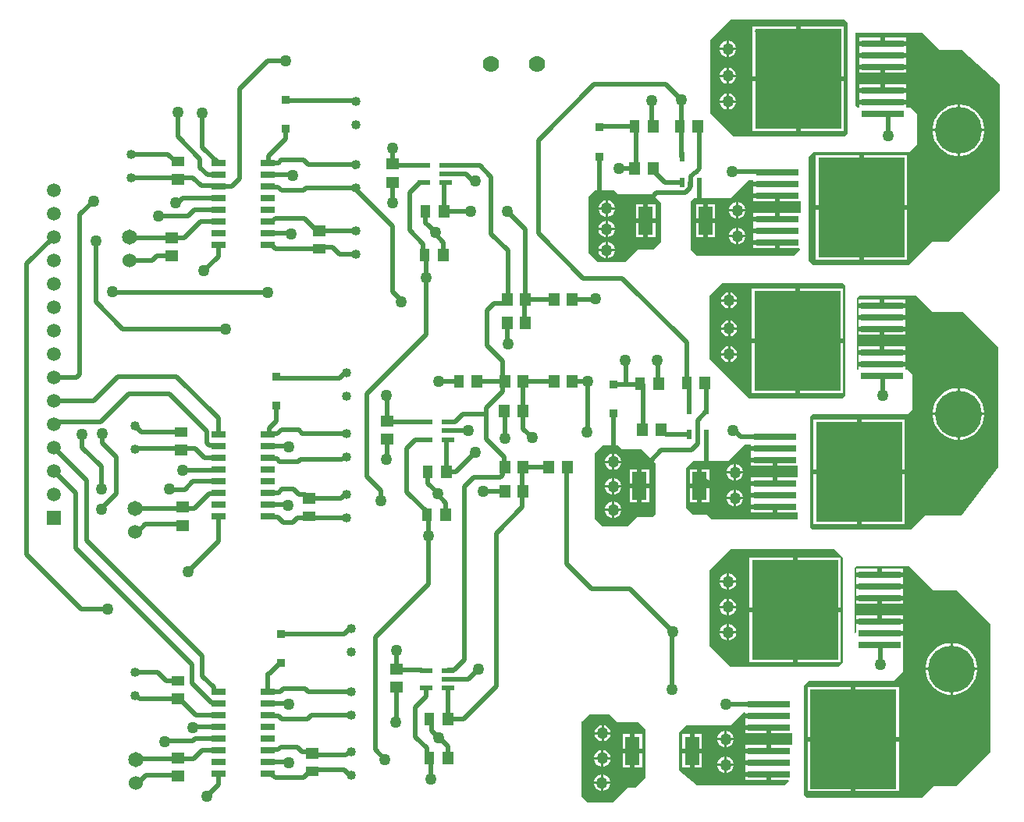
<source format=gtl>
G04*
G04 #@! TF.GenerationSoftware,Altium Limited,Altium Designer,23.10.1 (27)*
G04*
G04 Layer_Physical_Order=1*
G04 Layer_Color=255*
%FSLAX25Y25*%
%MOIN*%
G70*
G04*
G04 #@! TF.SameCoordinates,D58E8A5F-C196-4DC0-9E6E-83BCDBF650AB*
G04*
G04*
G04 #@! TF.FilePolarity,Positive*
G04*
G01*
G75*
%ADD14R,0.02362X0.03937*%
%ADD15R,0.05512X0.04331*%
%ADD16R,0.05512X0.05118*%
%ADD17R,0.04331X0.05512*%
%ADD18R,0.05118X0.05512*%
%ADD19R,0.05315X0.04528*%
%ADD20R,0.06299X0.12205*%
%ADD21R,0.04528X0.05315*%
%ADD22R,0.37008X0.42520*%
%ADD23R,0.18110X0.03150*%
%ADD24R,0.03740X0.03543*%
%ADD25R,0.05906X0.02559*%
%ADD46R,0.05800X0.02200*%
%ADD47C,0.02000*%
%ADD48C,0.04000*%
%ADD49C,0.07000*%
%ADD50C,0.06500*%
%ADD51C,0.06000*%
%ADD52R,0.05906X0.05906*%
%ADD53C,0.05906*%
%ADD54C,0.20000*%
%ADD55C,0.05000*%
G36*
X358000Y346260D02*
Y298622D01*
X357815D01*
X356693Y297500D01*
X309500D01*
X299500Y307500D01*
Y338870D01*
X308130Y347500D01*
X356929D01*
X358000Y346260D01*
D02*
G37*
G36*
X317976Y278252D02*
X328031D01*
Y276252D01*
X317976D01*
Y274677D01*
Y273252D01*
X328031D01*
Y272252D01*
X329031D01*
Y269677D01*
X338000D01*
Y264827D01*
X329031D01*
Y262252D01*
X328031D01*
Y261252D01*
X317976D01*
Y259677D01*
Y258252D01*
X328031D01*
Y256252D01*
X317976D01*
Y254677D01*
Y253252D01*
X328031D01*
Y252252D01*
X329031D01*
Y249677D01*
X337470D01*
X337677Y249177D01*
X335000Y246500D01*
X293602D01*
X293527Y246496D01*
X291000Y249024D01*
X291000Y269600D01*
X292660Y271260D01*
X308260D01*
X316000Y279000D01*
X317976D01*
Y278252D01*
D02*
G37*
G36*
X260088Y273000D02*
X260274D01*
X274700Y273000D01*
X278500Y269200D01*
Y252631D01*
X275484Y249311D01*
X268675D01*
X263259Y243895D01*
X251376D01*
X247633Y247638D01*
X247633Y271883D01*
X250660Y274406D01*
X258607Y274481D01*
X260088Y273000D01*
D02*
G37*
G36*
X397638Y334646D02*
X406695Y334646D01*
X423228Y319976D01*
X423228Y274606D01*
X401122Y252500D01*
X394000D01*
X384000Y242500D01*
X343307D01*
X341634Y244390D01*
X341500D01*
Y288878D01*
X343370Y290748D01*
X344094Y291000D01*
X384504D01*
X387795Y294291D01*
X387795Y307105D01*
X384846Y310000D01*
X383134D01*
Y311252D01*
X373079D01*
X363024D01*
Y310000D01*
X362500D01*
X361500Y311000D01*
Y342000D01*
X390283D01*
X397638Y334646D01*
D02*
G37*
G36*
X357283Y233717D02*
X357283Y186909D01*
X357217D01*
X355807Y185500D01*
X316000D01*
X299000Y202500D01*
X299000Y229500D01*
X304500Y235000D01*
X356000D01*
X357283Y233717D01*
D02*
G37*
G36*
X316976Y165252D02*
X327031D01*
Y163252D01*
X316976D01*
Y161677D01*
Y160252D01*
X327031D01*
Y159252D01*
X328031D01*
Y156677D01*
X336750D01*
Y151827D01*
X328031D01*
Y149252D01*
X327031D01*
Y148252D01*
X316976D01*
Y146677D01*
Y145252D01*
X327031D01*
Y143252D01*
X316976D01*
Y141677D01*
Y140252D01*
X327031D01*
Y139252D01*
X328031D01*
Y136677D01*
X336750D01*
Y134000D01*
X300000D01*
X298000Y136000D01*
X292000D01*
X289000Y139000D01*
Y156000D01*
X292000Y159000D01*
X307000D01*
X314000Y166000D01*
X316976D01*
Y165252D01*
D02*
G37*
G36*
X261934Y163676D02*
X270313Y163687D01*
X276000Y158000D01*
Y136221D01*
X274882Y135000D01*
X268287D01*
X263996Y130709D01*
X253563Y130709D01*
X250118Y134154D01*
Y162106D01*
X253366Y165354D01*
X260256D01*
X261934Y163676D01*
D02*
G37*
G36*
X394559Y222441D02*
X407480D01*
X422500Y207421D01*
Y156050D01*
X406692Y135500D01*
X391000D01*
X385000Y129500D01*
X343110D01*
X342000Y130539D01*
Y178000D01*
X343000Y179000D01*
X383823D01*
X385728Y180905D01*
X385728Y195965D01*
X383693Y198000D01*
X382846D01*
Y199252D01*
X372791D01*
X362736D01*
Y198000D01*
X362171D01*
Y228600D01*
X363071Y229500D01*
X387500D01*
X394559Y222441D01*
D02*
G37*
G36*
X355514Y117912D02*
X355206Y117512D01*
X354799Y117512D01*
X336768D01*
Y96252D01*
X355272D01*
Y117016D01*
X355272Y117446D01*
X355671Y117754D01*
X356299Y117126D01*
Y72835D01*
X354331Y70866D01*
X308071D01*
X299311Y79626D01*
Y112303D01*
X308071Y121063D01*
X352362D01*
X355514Y117912D01*
D02*
G37*
G36*
X314421Y51268D02*
Y51000D01*
X324476D01*
Y49000D01*
X314421D01*
Y47425D01*
Y46000D01*
X324476D01*
Y45000D01*
X325476D01*
Y42425D01*
X334531D01*
X334547Y41932D01*
Y38068D01*
X334531Y37575D01*
X325476D01*
Y35000D01*
X324476D01*
Y34000D01*
X314421D01*
Y32425D01*
Y31000D01*
X324476D01*
Y29000D01*
X314421D01*
Y27425D01*
Y26000D01*
X324476D01*
Y25000D01*
X325476D01*
Y22425D01*
X332992D01*
X333184Y21963D01*
X331299Y20079D01*
X293683D01*
X286000Y26517D01*
Y43000D01*
X289000Y46000D01*
X308500D01*
X313959Y51459D01*
X314421Y51268D01*
D02*
G37*
G36*
X394783Y103347D02*
X404921D01*
X419291Y88976D01*
Y34350D01*
X404626Y19685D01*
X394783D01*
X390059Y14961D01*
X340945Y14961D01*
X339567Y16339D01*
Y62992D01*
X341535Y64961D01*
X377953D01*
X381890Y68898D01*
Y80709D01*
X381846Y80752D01*
Y82677D01*
Y84252D01*
X371791D01*
Y86252D01*
X381846D01*
Y87677D01*
Y89252D01*
X371791D01*
X361736D01*
Y87677D01*
Y85368D01*
X361236Y85100D01*
X361221Y85111D01*
Y113221D01*
X362000Y114000D01*
X384130D01*
X394783Y103347D01*
D02*
G37*
G36*
X259898Y47323D02*
X268677D01*
X271709Y44291D01*
Y23609D01*
X267400Y19300D01*
X264100D01*
X257674Y12874D01*
X247201D01*
X244445Y15630D01*
Y47520D01*
X244740D01*
X247890Y50669D01*
X256551D01*
X259898Y47323D01*
D02*
G37*
%LPC*%
G36*
X307500Y338490D02*
Y335500D01*
X310490D01*
X310262Y336351D01*
X309801Y337149D01*
X309149Y337801D01*
X308351Y338262D01*
X307500Y338490D01*
D02*
G37*
G36*
X306500D02*
X305649Y338262D01*
X304851Y337801D01*
X304199Y337149D01*
X303738Y336351D01*
X303510Y335500D01*
X306500D01*
Y338490D01*
D02*
G37*
G36*
X310490Y334500D02*
X307500D01*
Y331510D01*
X308351Y331738D01*
X309149Y332199D01*
X309801Y332851D01*
X310262Y333649D01*
X310490Y334500D01*
D02*
G37*
G36*
X306500D02*
X303510D01*
X303738Y333649D01*
X304199Y332851D01*
X304851Y332199D01*
X305649Y331738D01*
X306500Y331510D01*
Y334500D01*
D02*
G37*
G36*
X307500Y326990D02*
Y324000D01*
X310490D01*
X310262Y324851D01*
X309801Y325649D01*
X309149Y326301D01*
X308351Y326762D01*
X307500Y326990D01*
D02*
G37*
G36*
X306500D02*
X305649Y326762D01*
X304851Y326301D01*
X304199Y325649D01*
X303738Y324851D01*
X303510Y324000D01*
X306500D01*
Y326990D01*
D02*
G37*
G36*
X356559Y344512D02*
X338055D01*
Y323252D01*
X356559D01*
Y344512D01*
D02*
G37*
G36*
X319551Y344551D02*
X319354Y344512D01*
X317551D01*
Y342709D01*
X317512Y342512D01*
X317551Y342315D01*
Y323252D01*
X336055D01*
Y344512D01*
X319748D01*
X319551Y344551D01*
D02*
G37*
G36*
X310490Y323000D02*
X307500D01*
Y320010D01*
X308351Y320238D01*
X309149Y320699D01*
X309801Y321351D01*
X310262Y322149D01*
X310490Y323000D01*
D02*
G37*
G36*
X306500D02*
X303510D01*
X303738Y322149D01*
X304199Y321351D01*
X304851Y320699D01*
X305649Y320238D01*
X306500Y320010D01*
Y323000D01*
D02*
G37*
G36*
X307500Y315989D02*
Y313000D01*
X310490D01*
X310262Y313851D01*
X309801Y314649D01*
X309149Y315301D01*
X308351Y315761D01*
X307500Y315989D01*
D02*
G37*
G36*
X306500D02*
X305649Y315761D01*
X304851Y315301D01*
X304199Y314649D01*
X303738Y313851D01*
X303510Y313000D01*
X306500D01*
Y315989D01*
D02*
G37*
G36*
X310490Y312000D02*
X307500D01*
Y309011D01*
X308351Y309239D01*
X309149Y309699D01*
X309801Y310351D01*
X310262Y311149D01*
X310490Y312000D01*
D02*
G37*
G36*
X306500D02*
X303510D01*
X303738Y311149D01*
X304199Y310351D01*
X304851Y309699D01*
X305649Y309239D01*
X306500Y309011D01*
Y312000D01*
D02*
G37*
G36*
X356559Y321252D02*
X338055D01*
Y299992D01*
X356559D01*
Y321252D01*
D02*
G37*
G36*
X336055D02*
X317551D01*
Y299992D01*
X336055D01*
Y321252D01*
D02*
G37*
G36*
X327031Y271252D02*
X317976D01*
Y269677D01*
X327031D01*
Y271252D01*
D02*
G37*
G36*
X311500Y269490D02*
Y266500D01*
X314490D01*
X314262Y267351D01*
X313801Y268149D01*
X313149Y268801D01*
X312351Y269262D01*
X311500Y269490D01*
D02*
G37*
G36*
X310500D02*
X309649Y269262D01*
X308851Y268801D01*
X308199Y268149D01*
X307738Y267351D01*
X307510Y266500D01*
X310500D01*
Y269490D01*
D02*
G37*
G36*
X327031Y264827D02*
X317976D01*
Y263252D01*
X327031D01*
Y264827D01*
D02*
G37*
G36*
X314490Y265500D02*
X311500D01*
Y262510D01*
X312351Y262738D01*
X313149Y263199D01*
X313801Y263851D01*
X314262Y264649D01*
X314490Y265500D01*
D02*
G37*
G36*
X310500D02*
X307510D01*
X307738Y264649D01*
X308199Y263851D01*
X308851Y263199D01*
X309649Y262738D01*
X310500Y262510D01*
Y265500D01*
D02*
G37*
G36*
X301645Y268602D02*
X298495D01*
Y262500D01*
X301645D01*
Y268602D01*
D02*
G37*
G36*
X296495D02*
X293346D01*
Y262500D01*
X296495D01*
Y268602D01*
D02*
G37*
G36*
X311500Y258489D02*
Y255500D01*
X314490D01*
X314262Y256351D01*
X313801Y257149D01*
X313149Y257801D01*
X312351Y258261D01*
X311500Y258489D01*
D02*
G37*
G36*
X310500D02*
X309649Y258261D01*
X308851Y257801D01*
X308199Y257149D01*
X307738Y256351D01*
X307510Y255500D01*
X310500D01*
Y258489D01*
D02*
G37*
G36*
X301645Y260500D02*
X298495D01*
Y254398D01*
X301645D01*
Y260500D01*
D02*
G37*
G36*
X296495D02*
X293346D01*
Y254398D01*
X296495D01*
Y260500D01*
D02*
G37*
G36*
X314490Y254500D02*
X311500D01*
Y251511D01*
X312351Y251739D01*
X313149Y252199D01*
X313801Y252851D01*
X314262Y253649D01*
X314490Y254500D01*
D02*
G37*
G36*
X310500D02*
X307510D01*
X307738Y253649D01*
X308199Y252851D01*
X308851Y252199D01*
X309649Y251739D01*
X310500Y251511D01*
Y254500D01*
D02*
G37*
G36*
X327031Y251252D02*
X317976D01*
Y249677D01*
X327031D01*
Y251252D01*
D02*
G37*
G36*
X255800Y270289D02*
Y267300D01*
X258789D01*
X258561Y268151D01*
X258101Y268949D01*
X257449Y269601D01*
X256651Y270061D01*
X255800Y270289D01*
D02*
G37*
G36*
X254800D02*
X253949Y270061D01*
X253151Y269601D01*
X252499Y268949D01*
X252039Y268151D01*
X251811Y267300D01*
X254800D01*
Y270289D01*
D02*
G37*
G36*
X258789Y266300D02*
X255800D01*
Y263311D01*
X256651Y263539D01*
X257449Y263999D01*
X258101Y264651D01*
X258561Y265449D01*
X258789Y266300D01*
D02*
G37*
G36*
X254800D02*
X251811D01*
X252039Y265449D01*
X252499Y264651D01*
X253151Y263999D01*
X253949Y263539D01*
X254800Y263311D01*
Y266300D01*
D02*
G37*
G36*
X276054Y268602D02*
X272905D01*
Y262500D01*
X276054D01*
Y268602D01*
D02*
G37*
G36*
X270905D02*
X267755D01*
Y262500D01*
X270905D01*
Y268602D01*
D02*
G37*
G36*
X255700Y261490D02*
Y258500D01*
X258689D01*
X258461Y259351D01*
X258001Y260149D01*
X257349Y260801D01*
X256551Y261262D01*
X255700Y261490D01*
D02*
G37*
G36*
X254700D02*
X253849Y261262D01*
X253051Y260801D01*
X252399Y260149D01*
X251939Y259351D01*
X251711Y258500D01*
X254700D01*
Y261490D01*
D02*
G37*
G36*
X258689Y257500D02*
X255700D01*
Y254510D01*
X256551Y254738D01*
X257349Y255199D01*
X258001Y255851D01*
X258461Y256649D01*
X258689Y257500D01*
D02*
G37*
G36*
X254700D02*
X251711D01*
X251939Y256649D01*
X252399Y255851D01*
X253051Y255199D01*
X253849Y254738D01*
X254700Y254510D01*
Y257500D01*
D02*
G37*
G36*
X276054Y260500D02*
X272905D01*
Y254398D01*
X276054D01*
Y260500D01*
D02*
G37*
G36*
X270905D02*
X267755D01*
Y254398D01*
X270905D01*
Y260500D01*
D02*
G37*
G36*
X255700Y252489D02*
Y249500D01*
X258689D01*
X258461Y250351D01*
X258001Y251149D01*
X257349Y251801D01*
X256551Y252261D01*
X255700Y252489D01*
D02*
G37*
G36*
X254700D02*
X253849Y252261D01*
X253051Y251801D01*
X252399Y251149D01*
X251939Y250351D01*
X251711Y249500D01*
X254700D01*
Y252489D01*
D02*
G37*
G36*
X258689Y248500D02*
X255700D01*
Y245511D01*
X256551Y245739D01*
X257349Y246199D01*
X258001Y246851D01*
X258461Y247649D01*
X258689Y248500D01*
D02*
G37*
G36*
X254700D02*
X251711D01*
X251939Y247649D01*
X252399Y246851D01*
X253051Y246199D01*
X253849Y245739D01*
X254700Y245511D01*
Y248500D01*
D02*
G37*
G36*
X383134Y339827D02*
X374079D01*
Y338252D01*
X383134D01*
Y339827D01*
D02*
G37*
G36*
X372079D02*
X363024D01*
Y338252D01*
X372079D01*
Y339827D01*
D02*
G37*
G36*
X383134Y336252D02*
X373079D01*
X363024D01*
Y334677D01*
Y333252D01*
X373079D01*
X383134D01*
Y334677D01*
Y336252D01*
D02*
G37*
G36*
Y331252D02*
X373079D01*
X363024D01*
Y329677D01*
Y328252D01*
X373079D01*
X383134D01*
Y329677D01*
Y331252D01*
D02*
G37*
G36*
Y326252D02*
X374079D01*
Y324677D01*
X383134D01*
Y326252D01*
D02*
G37*
G36*
X372079D02*
X363024D01*
Y324677D01*
X372079D01*
Y326252D01*
D02*
G37*
G36*
X383134Y319827D02*
X374079D01*
Y318252D01*
X383134D01*
Y319827D01*
D02*
G37*
G36*
X372079D02*
X363024D01*
Y318252D01*
X372079D01*
Y319827D01*
D02*
G37*
G36*
X383134Y316252D02*
X373079D01*
X363024D01*
Y314677D01*
Y313252D01*
X373079D01*
X383134D01*
Y314677D01*
Y316252D01*
D02*
G37*
G36*
X406378Y311197D02*
X406012D01*
Y300697D01*
X416512D01*
Y301063D01*
X416241Y302773D01*
X415706Y304419D01*
X414920Y305962D01*
X413902Y307363D01*
X412678Y308587D01*
X411277Y309605D01*
X409734Y310391D01*
X408088Y310926D01*
X406378Y311197D01*
D02*
G37*
G36*
X405012D02*
X404646D01*
X402936Y310926D01*
X401289Y310391D01*
X399747Y309605D01*
X398346Y308587D01*
X397122Y307363D01*
X396104Y305962D01*
X395318Y304419D01*
X394783Y302773D01*
X394512Y301063D01*
Y300697D01*
X405012D01*
Y311197D01*
D02*
G37*
G36*
X416512Y299697D02*
X406012D01*
Y289197D01*
X406378D01*
X408088Y289468D01*
X409734Y290003D01*
X411277Y290789D01*
X412678Y291807D01*
X413902Y293031D01*
X414920Y294432D01*
X415706Y295974D01*
X416241Y297621D01*
X416512Y299331D01*
Y299697D01*
D02*
G37*
G36*
X405012D02*
X394512D01*
Y299331D01*
X394783Y297621D01*
X395318Y295974D01*
X396104Y294432D01*
X397122Y293031D01*
X398346Y291807D01*
X399747Y290789D01*
X401289Y290003D01*
X402936Y289468D01*
X404646Y289197D01*
X405012D01*
Y299697D01*
D02*
G37*
G36*
X383559Y289512D02*
X365055D01*
Y268252D01*
X383559D01*
Y289512D01*
D02*
G37*
G36*
X363055D02*
X344551D01*
Y268252D01*
X363055D01*
Y289512D01*
D02*
G37*
G36*
X383559Y266252D02*
X365055D01*
Y244992D01*
X383559D01*
Y266252D01*
D02*
G37*
G36*
X363055D02*
X344551D01*
Y244992D01*
X363055D01*
Y266252D01*
D02*
G37*
G36*
X308000Y230990D02*
Y228000D01*
X310989D01*
X310761Y228851D01*
X310301Y229649D01*
X309649Y230301D01*
X308851Y230762D01*
X308000Y230990D01*
D02*
G37*
G36*
X307000D02*
X306149Y230762D01*
X305351Y230301D01*
X304699Y229649D01*
X304239Y228851D01*
X304011Y228000D01*
X307000D01*
Y230990D01*
D02*
G37*
G36*
X310989Y227000D02*
X308000D01*
Y224010D01*
X308851Y224238D01*
X309649Y224699D01*
X310301Y225351D01*
X310761Y226149D01*
X310989Y227000D01*
D02*
G37*
G36*
X307000D02*
X304011D01*
X304239Y226149D01*
X304699Y225351D01*
X305351Y224699D01*
X306149Y224238D01*
X307000Y224010D01*
Y227000D01*
D02*
G37*
G36*
X308000Y218989D02*
Y216000D01*
X310989D01*
X310761Y216851D01*
X310301Y217649D01*
X309649Y218301D01*
X308851Y218761D01*
X308000Y218989D01*
D02*
G37*
G36*
X307000D02*
X306149Y218761D01*
X305351Y218301D01*
X304699Y217649D01*
X304239Y216851D01*
X304011Y216000D01*
X307000D01*
Y218989D01*
D02*
G37*
G36*
X310989Y215000D02*
X308000D01*
Y212011D01*
X308851Y212239D01*
X309649Y212699D01*
X310301Y213351D01*
X310761Y214149D01*
X310989Y215000D01*
D02*
G37*
G36*
X307000D02*
X304011D01*
X304239Y214149D01*
X304699Y213351D01*
X305351Y212699D01*
X306149Y212239D01*
X307000Y212011D01*
Y215000D01*
D02*
G37*
G36*
X356272Y232512D02*
X337768D01*
Y211252D01*
X356272D01*
Y232512D01*
D02*
G37*
G36*
X335768D02*
X317264D01*
Y211252D01*
X335768D01*
Y232512D01*
D02*
G37*
G36*
X308000Y207990D02*
Y205000D01*
X310989D01*
X310761Y205851D01*
X310301Y206649D01*
X309649Y207301D01*
X308851Y207762D01*
X308000Y207990D01*
D02*
G37*
G36*
X307000D02*
X306149Y207762D01*
X305351Y207301D01*
X304699Y206649D01*
X304239Y205851D01*
X304011Y205000D01*
X307000D01*
Y207990D01*
D02*
G37*
G36*
X310989Y204000D02*
X308000D01*
Y201010D01*
X308851Y201238D01*
X309649Y201699D01*
X310301Y202351D01*
X310761Y203149D01*
X310989Y204000D01*
D02*
G37*
G36*
X307000D02*
X304011D01*
X304239Y203149D01*
X304699Y202351D01*
X305351Y201699D01*
X306149Y201238D01*
X307000Y201010D01*
Y204000D01*
D02*
G37*
G36*
X356272Y209252D02*
X337768D01*
Y187992D01*
X356272D01*
Y209252D01*
D02*
G37*
G36*
X335768D02*
X317264D01*
Y187992D01*
X335768D01*
Y209252D01*
D02*
G37*
G36*
X326031Y158252D02*
X316976D01*
Y156677D01*
X326031D01*
Y158252D01*
D02*
G37*
G36*
X310500Y157490D02*
Y154500D01*
X313490D01*
X313262Y155351D01*
X312801Y156149D01*
X312149Y156801D01*
X311351Y157262D01*
X310500Y157490D01*
D02*
G37*
G36*
X309500D02*
X308649Y157262D01*
X307851Y156801D01*
X307199Y156149D01*
X306738Y155351D01*
X306510Y154500D01*
X309500D01*
Y157490D01*
D02*
G37*
G36*
X313490Y153500D02*
X310500D01*
Y150511D01*
X311351Y150739D01*
X312149Y151199D01*
X312801Y151851D01*
X313262Y152649D01*
X313490Y153500D01*
D02*
G37*
G36*
X309500D02*
X306510D01*
X306738Y152649D01*
X307199Y151851D01*
X307851Y151199D01*
X308649Y150739D01*
X309500Y150511D01*
Y153500D01*
D02*
G37*
G36*
X326031Y151827D02*
X316976D01*
Y150252D01*
X326031D01*
Y151827D01*
D02*
G37*
G36*
X299000Y155228D02*
X295850D01*
Y149126D01*
X299000D01*
Y155228D01*
D02*
G37*
G36*
X293850D02*
X290701D01*
Y149126D01*
X293850D01*
Y155228D01*
D02*
G37*
G36*
X310500Y146490D02*
Y143500D01*
X313490D01*
X313262Y144351D01*
X312801Y145149D01*
X312149Y145801D01*
X311351Y146262D01*
X310500Y146490D01*
D02*
G37*
G36*
X309500D02*
X308649Y146262D01*
X307851Y145801D01*
X307199Y145149D01*
X306738Y144351D01*
X306510Y143500D01*
X309500D01*
Y146490D01*
D02*
G37*
G36*
X299000Y147126D02*
X295850D01*
Y141024D01*
X299000D01*
Y147126D01*
D02*
G37*
G36*
X293850D02*
X290701D01*
Y141024D01*
X293850D01*
Y147126D01*
D02*
G37*
G36*
X313490Y142500D02*
X310500D01*
Y139511D01*
X311351Y139739D01*
X312149Y140199D01*
X312801Y140851D01*
X313262Y141649D01*
X313490Y142500D01*
D02*
G37*
G36*
X309500D02*
X306510D01*
X306738Y141649D01*
X307199Y140851D01*
X307851Y140199D01*
X308649Y139739D01*
X309500Y139511D01*
Y142500D01*
D02*
G37*
G36*
X326031Y138252D02*
X316976D01*
Y136677D01*
X326031D01*
Y138252D01*
D02*
G37*
G36*
X258500Y161989D02*
Y159000D01*
X261490D01*
X261262Y159851D01*
X260801Y160649D01*
X260149Y161301D01*
X259351Y161761D01*
X258500Y161989D01*
D02*
G37*
G36*
X257500D02*
X256649Y161761D01*
X255851Y161301D01*
X255199Y160649D01*
X254738Y159851D01*
X254510Y159000D01*
X257500D01*
Y161989D01*
D02*
G37*
G36*
X261490Y158000D02*
X258500D01*
Y155010D01*
X259351Y155238D01*
X260149Y155699D01*
X260801Y156351D01*
X261262Y157149D01*
X261490Y158000D01*
D02*
G37*
G36*
X257500D02*
X254510D01*
X254738Y157149D01*
X255199Y156351D01*
X255851Y155699D01*
X256649Y155238D01*
X257500Y155010D01*
Y158000D01*
D02*
G37*
G36*
X273409Y155228D02*
X270260D01*
Y149126D01*
X273409D01*
Y155228D01*
D02*
G37*
G36*
X268260D02*
X265110D01*
Y149126D01*
X268260D01*
Y155228D01*
D02*
G37*
G36*
X258500Y151489D02*
Y148500D01*
X261490D01*
X261262Y149351D01*
X260801Y150149D01*
X260149Y150801D01*
X259351Y151261D01*
X258500Y151489D01*
D02*
G37*
G36*
X257500D02*
X256649Y151261D01*
X255851Y150801D01*
X255199Y150149D01*
X254738Y149351D01*
X254510Y148500D01*
X257500D01*
Y151489D01*
D02*
G37*
G36*
X261490Y147500D02*
X258500D01*
Y144510D01*
X259351Y144738D01*
X260149Y145199D01*
X260801Y145851D01*
X261262Y146649D01*
X261490Y147500D01*
D02*
G37*
G36*
X257500D02*
X254510D01*
X254738Y146649D01*
X255199Y145851D01*
X255851Y145199D01*
X256649Y144738D01*
X257500Y144510D01*
Y147500D01*
D02*
G37*
G36*
X273409Y147126D02*
X270260D01*
Y141024D01*
X273409D01*
Y147126D01*
D02*
G37*
G36*
X268260D02*
X265110D01*
Y141024D01*
X268260D01*
Y147126D01*
D02*
G37*
G36*
X258500Y141490D02*
Y138500D01*
X261490D01*
X261262Y139351D01*
X260801Y140149D01*
X260149Y140801D01*
X259351Y141261D01*
X258500Y141490D01*
D02*
G37*
G36*
X257500D02*
X256649Y141261D01*
X255851Y140801D01*
X255199Y140149D01*
X254738Y139351D01*
X254510Y138500D01*
X257500D01*
Y141490D01*
D02*
G37*
G36*
X261490Y137500D02*
X258500D01*
Y134511D01*
X259351Y134739D01*
X260149Y135199D01*
X260801Y135851D01*
X261262Y136649D01*
X261490Y137500D01*
D02*
G37*
G36*
X257500D02*
X254510D01*
X254738Y136649D01*
X255199Y135851D01*
X255851Y135199D01*
X256649Y134739D01*
X257500Y134511D01*
Y137500D01*
D02*
G37*
G36*
X382846Y227827D02*
X373791D01*
Y226252D01*
X382846D01*
Y227827D01*
D02*
G37*
G36*
X371791D02*
X362736D01*
Y226252D01*
X371791D01*
Y227827D01*
D02*
G37*
G36*
X382846Y224252D02*
X372791D01*
X362736D01*
Y222677D01*
Y221252D01*
X372791D01*
X382846D01*
Y222677D01*
Y224252D01*
D02*
G37*
G36*
Y219252D02*
X372791D01*
X362736D01*
Y217677D01*
Y216252D01*
X372791D01*
X382846D01*
Y217677D01*
Y219252D01*
D02*
G37*
G36*
Y214252D02*
X373791D01*
Y212677D01*
X382846D01*
Y214252D01*
D02*
G37*
G36*
X371791D02*
X362736D01*
Y212677D01*
X371791D01*
Y214252D01*
D02*
G37*
G36*
X382846Y207827D02*
X373791D01*
Y206252D01*
X382846D01*
Y207827D01*
D02*
G37*
G36*
X371791D02*
X362736D01*
Y206252D01*
X371791D01*
Y207827D01*
D02*
G37*
G36*
X382846Y204252D02*
X372791D01*
X362736D01*
Y202677D01*
Y201252D01*
X372791D01*
X382846D01*
Y202677D01*
Y204252D01*
D02*
G37*
G36*
X406366Y190000D02*
X406000D01*
Y179500D01*
X416500D01*
Y179866D01*
X416229Y181576D01*
X415694Y183222D01*
X414908Y184765D01*
X413890Y186166D01*
X412666Y187390D01*
X411265Y188408D01*
X409723Y189194D01*
X408076Y189729D01*
X406366Y190000D01*
D02*
G37*
G36*
X405000D02*
X404634D01*
X402924Y189729D01*
X401277Y189194D01*
X399735Y188408D01*
X398334Y187390D01*
X397110Y186166D01*
X396092Y184765D01*
X395306Y183222D01*
X394771Y181576D01*
X394500Y179866D01*
Y179500D01*
X405000D01*
Y190000D01*
D02*
G37*
G36*
X416500Y178500D02*
X406000D01*
Y168000D01*
X406366D01*
X408076Y168271D01*
X409723Y168806D01*
X411265Y169592D01*
X412666Y170610D01*
X413890Y171834D01*
X414908Y173235D01*
X415694Y174777D01*
X416229Y176424D01*
X416500Y178134D01*
Y178500D01*
D02*
G37*
G36*
X405000D02*
X394500D01*
Y178134D01*
X394771Y176424D01*
X395306Y174777D01*
X396092Y173235D01*
X397110Y171834D01*
X398334Y170610D01*
X399735Y169592D01*
X401277Y168806D01*
X402924Y168271D01*
X404634Y168000D01*
X405000D01*
Y178500D01*
D02*
G37*
G36*
X382559Y176512D02*
X364055D01*
Y155252D01*
X382559D01*
Y176512D01*
D02*
G37*
G36*
X362055D02*
X343551D01*
Y155252D01*
X362055D01*
Y176512D01*
D02*
G37*
G36*
X382559Y153252D02*
X364055D01*
Y131992D01*
X382559D01*
Y153252D01*
D02*
G37*
G36*
X362055D02*
X343551D01*
Y131992D01*
X362055D01*
Y153252D01*
D02*
G37*
G36*
X307587Y110773D02*
Y107783D01*
X310576D01*
X310348Y108634D01*
X309887Y109432D01*
X309236Y110084D01*
X308438Y110545D01*
X307587Y110773D01*
D02*
G37*
G36*
X306587D02*
X305736Y110545D01*
X304938Y110084D01*
X304286Y109432D01*
X303825Y108634D01*
X303597Y107783D01*
X306587D01*
Y110773D01*
D02*
G37*
G36*
X310576Y106783D02*
X307587D01*
Y103794D01*
X308438Y104022D01*
X309236Y104483D01*
X309887Y105134D01*
X310348Y105932D01*
X310576Y106783D01*
D02*
G37*
G36*
X306587D02*
X303597D01*
X303825Y105932D01*
X304286Y105134D01*
X304938Y104483D01*
X305736Y104022D01*
X306587Y103794D01*
Y106783D01*
D02*
G37*
G36*
X307587Y99946D02*
Y96957D01*
X310576D01*
X310348Y97808D01*
X309887Y98606D01*
X309236Y99257D01*
X308438Y99718D01*
X307587Y99946D01*
D02*
G37*
G36*
X306587D02*
X305736Y99718D01*
X304938Y99257D01*
X304286Y98606D01*
X303825Y97808D01*
X303597Y96957D01*
X306587D01*
Y99946D01*
D02*
G37*
G36*
X334768Y117512D02*
X316264D01*
Y96252D01*
X334768D01*
Y117512D01*
D02*
G37*
G36*
X310576Y95957D02*
X307587D01*
Y92967D01*
X308438Y93195D01*
X309236Y93656D01*
X309887Y94308D01*
X310348Y95106D01*
X310576Y95957D01*
D02*
G37*
G36*
X306587D02*
X303597D01*
X303825Y95106D01*
X304286Y94308D01*
X304938Y93656D01*
X305736Y93195D01*
X306587Y92967D01*
Y95957D01*
D02*
G37*
G36*
X307587Y89119D02*
Y86130D01*
X310576D01*
X310348Y86981D01*
X309887Y87779D01*
X309236Y88431D01*
X308438Y88891D01*
X307587Y89119D01*
D02*
G37*
G36*
X306587D02*
X305736Y88891D01*
X304938Y88431D01*
X304286Y87779D01*
X303825Y86981D01*
X303597Y86130D01*
X306587D01*
Y89119D01*
D02*
G37*
G36*
X310576Y85130D02*
X307587D01*
Y82140D01*
X308438Y82368D01*
X309236Y82829D01*
X309887Y83481D01*
X310348Y84279D01*
X310576Y85130D01*
D02*
G37*
G36*
X306587D02*
X303597D01*
X303825Y84279D01*
X304286Y83481D01*
X304938Y82829D01*
X305736Y82368D01*
X306587Y82140D01*
Y85130D01*
D02*
G37*
G36*
X355272Y94252D02*
X336768D01*
Y72992D01*
X355272D01*
Y94252D01*
D02*
G37*
G36*
X334768D02*
X316264D01*
Y72992D01*
X334768D01*
Y94252D01*
D02*
G37*
G36*
X323476Y44000D02*
X314421D01*
Y42425D01*
X323476D01*
Y44000D01*
D02*
G37*
G36*
X306500Y43490D02*
Y40500D01*
X309489D01*
X309261Y41351D01*
X308801Y42149D01*
X308149Y42801D01*
X307351Y43262D01*
X306500Y43490D01*
D02*
G37*
G36*
X305500D02*
X304649Y43262D01*
X303851Y42801D01*
X303199Y42149D01*
X302738Y41351D01*
X302510Y40500D01*
X305500D01*
Y43490D01*
D02*
G37*
G36*
X309489Y39500D02*
X306500D01*
Y36511D01*
X307351Y36738D01*
X308149Y37199D01*
X308801Y37851D01*
X309261Y38649D01*
X309489Y39500D01*
D02*
G37*
G36*
X305500D02*
X302510D01*
X302738Y38649D01*
X303199Y37851D01*
X303851Y37199D01*
X304649Y36738D01*
X305500Y36511D01*
Y39500D01*
D02*
G37*
G36*
X323476Y37575D02*
X314421D01*
Y36000D01*
X323476D01*
Y37575D01*
D02*
G37*
G36*
X295945Y42102D02*
X292795D01*
Y36000D01*
X295945D01*
Y42102D01*
D02*
G37*
G36*
X290795D02*
X287646D01*
Y36000D01*
X290795D01*
Y42102D01*
D02*
G37*
G36*
X306500Y32489D02*
Y29500D01*
X309489D01*
X309261Y30351D01*
X308801Y31149D01*
X308149Y31801D01*
X307351Y32261D01*
X306500Y32489D01*
D02*
G37*
G36*
X305500D02*
X304649Y32261D01*
X303851Y31801D01*
X303199Y31149D01*
X302738Y30351D01*
X302510Y29500D01*
X305500D01*
Y32489D01*
D02*
G37*
G36*
X295945Y34000D02*
X292795D01*
Y27898D01*
X295945D01*
Y34000D01*
D02*
G37*
G36*
X290795D02*
X287646D01*
Y27898D01*
X290795D01*
Y34000D01*
D02*
G37*
G36*
X309489Y28500D02*
X306500D01*
Y25510D01*
X307351Y25738D01*
X308149Y26199D01*
X308801Y26851D01*
X309261Y27649D01*
X309489Y28500D01*
D02*
G37*
G36*
X305500D02*
X302510D01*
X302738Y27649D01*
X303199Y26851D01*
X303851Y26199D01*
X304649Y25738D01*
X305500Y25510D01*
Y28500D01*
D02*
G37*
G36*
X323476Y24000D02*
X314421D01*
Y22425D01*
X323476D01*
Y24000D01*
D02*
G37*
G36*
X381846Y112827D02*
X372791D01*
Y111252D01*
X381846D01*
Y112827D01*
D02*
G37*
G36*
X370791D02*
X361736D01*
Y111252D01*
X370791D01*
Y112827D01*
D02*
G37*
G36*
X381846Y109252D02*
X371791D01*
X361736D01*
Y107677D01*
Y106252D01*
X371791D01*
X381846D01*
Y107677D01*
Y109252D01*
D02*
G37*
G36*
Y104252D02*
X371791D01*
X361736D01*
Y102677D01*
Y101252D01*
X371791D01*
X381846D01*
Y102677D01*
Y104252D01*
D02*
G37*
G36*
Y99252D02*
X372791D01*
Y97677D01*
X381846D01*
Y99252D01*
D02*
G37*
G36*
X370791D02*
X361736D01*
Y97677D01*
X370791D01*
Y99252D01*
D02*
G37*
G36*
X381846Y92827D02*
X372791D01*
Y91252D01*
X381846D01*
Y92827D01*
D02*
G37*
G36*
X370791D02*
X361736D01*
Y91252D01*
X370791D01*
Y92827D01*
D02*
G37*
G36*
X403366Y81000D02*
X403000D01*
Y70500D01*
X413500D01*
Y70866D01*
X413229Y72576D01*
X412694Y74222D01*
X411908Y75765D01*
X410890Y77166D01*
X409666Y78390D01*
X408265Y79408D01*
X406722Y80194D01*
X405076Y80729D01*
X403366Y81000D01*
D02*
G37*
G36*
X402000D02*
X401634D01*
X399924Y80729D01*
X398277Y80194D01*
X396735Y79408D01*
X395334Y78390D01*
X394110Y77166D01*
X393092Y75765D01*
X392306Y74222D01*
X391771Y72576D01*
X391500Y70866D01*
Y70500D01*
X402000D01*
Y81000D01*
D02*
G37*
G36*
X413500Y69500D02*
X403000D01*
Y59000D01*
X403366D01*
X405076Y59271D01*
X406722Y59806D01*
X408265Y60592D01*
X409666Y61610D01*
X410890Y62834D01*
X411908Y64235D01*
X412694Y65777D01*
X413229Y67424D01*
X413500Y69134D01*
Y69500D01*
D02*
G37*
G36*
X402000D02*
X391500D01*
Y69134D01*
X391771Y67424D01*
X392306Y65777D01*
X393092Y64235D01*
X394110Y62834D01*
X395334Y61610D01*
X396735Y60592D01*
X398277Y59806D01*
X399924Y59271D01*
X401634Y59000D01*
X402000D01*
Y69500D01*
D02*
G37*
G36*
X380004Y62260D02*
X361500D01*
Y41000D01*
X380004D01*
Y62260D01*
D02*
G37*
G36*
X359500D02*
X340996D01*
Y41000D01*
X359500D01*
Y62260D01*
D02*
G37*
G36*
X380004Y39000D02*
X361500D01*
Y17740D01*
X380004D01*
Y39000D01*
D02*
G37*
G36*
X359500D02*
X340996D01*
Y17740D01*
X359500D01*
Y39000D01*
D02*
G37*
G36*
X254000Y45990D02*
Y43000D01*
X256990D01*
X256762Y43851D01*
X256301Y44649D01*
X255649Y45301D01*
X254851Y45761D01*
X254000Y45990D01*
D02*
G37*
G36*
X253000D02*
X252149Y45761D01*
X251351Y45301D01*
X250699Y44649D01*
X250238Y43851D01*
X250010Y43000D01*
X253000D01*
Y45990D01*
D02*
G37*
G36*
X256990Y42000D02*
X254000D01*
Y39011D01*
X254851Y39239D01*
X255649Y39699D01*
X256301Y40351D01*
X256762Y41149D01*
X256990Y42000D01*
D02*
G37*
G36*
X253000D02*
X250010D01*
X250238Y41149D01*
X250699Y40351D01*
X251351Y39699D01*
X252149Y39239D01*
X253000Y39011D01*
Y42000D01*
D02*
G37*
G36*
X270354Y42102D02*
X267205D01*
Y36000D01*
X270354D01*
Y42102D01*
D02*
G37*
G36*
X265205D02*
X262055D01*
Y36000D01*
X265205D01*
Y42102D01*
D02*
G37*
G36*
X253902Y35261D02*
Y32272D01*
X256891D01*
X256663Y33123D01*
X256202Y33921D01*
X255551Y34572D01*
X254752Y35033D01*
X253902Y35261D01*
D02*
G37*
G36*
X252902D02*
X252051Y35033D01*
X251253Y34572D01*
X250601Y33921D01*
X250140Y33123D01*
X249912Y32272D01*
X252902D01*
Y35261D01*
D02*
G37*
G36*
X256891Y31272D02*
X253902D01*
Y28282D01*
X254752Y28510D01*
X255551Y28971D01*
X256202Y29623D01*
X256663Y30421D01*
X256891Y31272D01*
D02*
G37*
G36*
X252902D02*
X249912D01*
X250140Y30421D01*
X250601Y29623D01*
X251253Y28971D01*
X252051Y28510D01*
X252902Y28282D01*
Y31272D01*
D02*
G37*
G36*
X270354Y34000D02*
X267205D01*
Y27898D01*
X270354D01*
Y34000D01*
D02*
G37*
G36*
X265205D02*
X262055D01*
Y27898D01*
X265205D01*
Y34000D01*
D02*
G37*
G36*
X253803Y24828D02*
Y21839D01*
X256793D01*
X256565Y22690D01*
X256104Y23488D01*
X255452Y24139D01*
X254654Y24600D01*
X253803Y24828D01*
D02*
G37*
G36*
X252803D02*
X251952Y24600D01*
X251154Y24139D01*
X250502Y23488D01*
X250042Y22690D01*
X249814Y21839D01*
X252803D01*
Y24828D01*
D02*
G37*
G36*
X256793Y20839D02*
X253803D01*
Y17849D01*
X254654Y18077D01*
X255452Y18538D01*
X256104Y19189D01*
X256565Y19988D01*
X256793Y20839D01*
D02*
G37*
G36*
X252803D02*
X249814D01*
X250042Y19988D01*
X250502Y19189D01*
X251154Y18538D01*
X251952Y18077D01*
X252803Y17849D01*
Y20839D01*
D02*
G37*
%LPD*%
D14*
X287378Y278000D02*
D03*
X291118D02*
D03*
X294858D02*
D03*
Y288827D02*
D03*
X287378D02*
D03*
X290496Y180854D02*
D03*
X297976D02*
D03*
Y170028D02*
D03*
X294236D02*
D03*
X290496D02*
D03*
D15*
X72000Y286937D02*
D03*
X132500Y249413D02*
D03*
X73500Y171287D02*
D03*
X128000Y135063D02*
D03*
X72000Y64937D02*
D03*
X129500Y26063D02*
D03*
D16*
X72000Y279063D02*
D03*
X132500Y257287D02*
D03*
X73500Y163413D02*
D03*
X128000Y142937D02*
D03*
X72000Y57063D02*
D03*
X129500Y33937D02*
D03*
D17*
X286331Y302000D02*
D03*
X267181D02*
D03*
X289409Y192028D02*
D03*
X269504Y191902D02*
D03*
X177563Y247000D02*
D03*
X192063Y193000D02*
D03*
X178563Y136000D02*
D03*
X179563Y32000D02*
D03*
X177811Y265496D02*
D03*
X178913Y154185D02*
D03*
X179563Y48500D02*
D03*
D18*
X294205Y302000D02*
D03*
X275055D02*
D03*
X297284Y192028D02*
D03*
X277378Y191902D02*
D03*
X185437Y247000D02*
D03*
X199937Y193000D02*
D03*
X186437Y136000D02*
D03*
X187437Y32000D02*
D03*
X185685Y265496D02*
D03*
X186787Y154185D02*
D03*
X187437Y48500D02*
D03*
D19*
X69488Y246358D02*
D03*
Y254232D02*
D03*
X74000Y131193D02*
D03*
Y139067D02*
D03*
X72000Y24118D02*
D03*
Y31992D02*
D03*
X163976Y277854D02*
D03*
Y285728D02*
D03*
X161516Y168110D02*
D03*
Y175984D02*
D03*
X165500Y69992D02*
D03*
Y62118D02*
D03*
D20*
X297495Y261500D02*
D03*
X271905D02*
D03*
X269260Y148126D02*
D03*
X294850D02*
D03*
X291795Y35000D02*
D03*
X266205D02*
D03*
D21*
X267181Y284000D02*
D03*
X275055D02*
D03*
X278433Y172028D02*
D03*
X270559D02*
D03*
X220555Y227787D02*
D03*
X212681D02*
D03*
X232681D02*
D03*
X240555D02*
D03*
X219555Y192787D02*
D03*
X211681D02*
D03*
X232681D02*
D03*
X240555D02*
D03*
X219555Y156095D02*
D03*
X211681D02*
D03*
X230626Y156287D02*
D03*
X238500D02*
D03*
X220555Y217787D02*
D03*
X212681D02*
D03*
X211614Y180020D02*
D03*
X219488D02*
D03*
X219555Y145787D02*
D03*
X211681D02*
D03*
D22*
X337055Y322252D02*
D03*
X364055Y267252D02*
D03*
X336768Y210252D02*
D03*
X363055Y154252D02*
D03*
X335768Y95252D02*
D03*
X360500Y40000D02*
D03*
D23*
X373079Y337252D02*
D03*
Y332252D02*
D03*
Y327252D02*
D03*
Y317252D02*
D03*
Y312252D02*
D03*
Y307252D02*
D03*
X328031Y282252D02*
D03*
Y277252D02*
D03*
Y272252D02*
D03*
Y262252D02*
D03*
Y257252D02*
D03*
Y252252D02*
D03*
X372791Y225252D02*
D03*
Y220252D02*
D03*
Y215252D02*
D03*
Y205252D02*
D03*
Y200252D02*
D03*
Y195252D02*
D03*
X327031Y169252D02*
D03*
Y164252D02*
D03*
Y159252D02*
D03*
Y149252D02*
D03*
Y144252D02*
D03*
Y139252D02*
D03*
X371791Y110252D02*
D03*
Y105252D02*
D03*
Y100252D02*
D03*
Y90252D02*
D03*
Y85252D02*
D03*
Y80252D02*
D03*
X324476Y55000D02*
D03*
Y50000D02*
D03*
Y45000D02*
D03*
Y35000D02*
D03*
Y30000D02*
D03*
Y25000D02*
D03*
D24*
X118000Y313122D02*
D03*
Y300721D02*
D03*
X114000Y182429D02*
D03*
Y194831D02*
D03*
X116000Y84831D02*
D03*
Y72429D02*
D03*
X252000Y301402D02*
D03*
Y289000D02*
D03*
X258268Y179035D02*
D03*
Y191437D02*
D03*
D25*
X89370Y286130D02*
D03*
Y281130D02*
D03*
Y276130D02*
D03*
Y271130D02*
D03*
Y266130D02*
D03*
Y261130D02*
D03*
Y256130D02*
D03*
Y251130D02*
D03*
X110630D02*
D03*
Y256130D02*
D03*
Y261130D02*
D03*
Y266130D02*
D03*
Y271130D02*
D03*
Y276130D02*
D03*
Y281130D02*
D03*
Y286130D02*
D03*
Y170130D02*
D03*
Y165130D02*
D03*
Y160130D02*
D03*
Y155130D02*
D03*
Y150130D02*
D03*
Y145130D02*
D03*
Y140130D02*
D03*
Y135130D02*
D03*
X89370D02*
D03*
Y140130D02*
D03*
Y145130D02*
D03*
Y150130D02*
D03*
Y155130D02*
D03*
Y160130D02*
D03*
Y165130D02*
D03*
Y170130D02*
D03*
Y60130D02*
D03*
Y55130D02*
D03*
Y50130D02*
D03*
Y45130D02*
D03*
Y40130D02*
D03*
Y35130D02*
D03*
Y30130D02*
D03*
Y25130D02*
D03*
X110630D02*
D03*
Y30130D02*
D03*
Y35130D02*
D03*
Y40130D02*
D03*
Y45130D02*
D03*
Y50130D02*
D03*
Y55130D02*
D03*
Y60130D02*
D03*
D46*
X186448Y277756D02*
D03*
Y281496D02*
D03*
Y285236D02*
D03*
X177048D02*
D03*
Y277756D02*
D03*
X178150Y167945D02*
D03*
Y175425D02*
D03*
X187550D02*
D03*
Y171685D02*
D03*
Y167945D02*
D03*
X187433Y61819D02*
D03*
Y65559D02*
D03*
Y69299D02*
D03*
X178033D02*
D03*
Y61819D02*
D03*
D47*
X132500Y250201D02*
X138299D01*
X141217Y247284D01*
X148031D01*
X126303Y262500D02*
X132303Y256500D01*
X132500D02*
X132959Y256959D01*
X148029Y257285D02*
X148031Y257283D01*
X132500Y257287D02*
X132502Y257285D01*
X148029D01*
X163976Y269264D02*
Y278346D01*
X152756Y152067D02*
Y187500D01*
X158760Y141732D02*
Y146063D01*
X152756Y152067D02*
X158760Y146063D01*
X210827Y193642D02*
Y201579D01*
X204232Y208173D02*
X210827Y201579D01*
X199256Y192894D02*
X210922D01*
X210827Y193642D02*
X211681Y192787D01*
X210922Y188383D02*
Y192028D01*
X203937Y181398D02*
X210922Y188383D01*
X203937Y178937D02*
Y181398D01*
X210922Y192028D02*
X211681Y192787D01*
X219488Y180020D02*
X219555Y179953D01*
Y172609D02*
Y179953D01*
X232681Y192787D02*
X233173D01*
X219555D02*
X232681D01*
X219522Y180053D02*
Y192754D01*
X219555Y192787D01*
X219488Y180020D02*
X219522Y180053D01*
X219555Y172609D02*
X223425Y168739D01*
Y168701D02*
Y168739D01*
X211746Y168471D02*
X211811Y168405D01*
X211746Y181360D02*
X211844Y181459D01*
X211746Y168471D02*
Y181360D01*
X212935Y209014D02*
X213189Y208760D01*
X212935Y217549D02*
X213146Y217760D01*
X212935Y209014D02*
Y217549D01*
X205906Y255807D02*
X213002Y248710D01*
X205906Y255807D02*
Y280315D01*
X201084Y285136D02*
X205906Y280315D01*
X186548Y285136D02*
X201084D01*
X186448Y281496D02*
X195251D01*
X198204Y278543D02*
X199016D01*
X195251Y281496D02*
X198204Y278543D01*
X185698Y265524D02*
X197020D01*
X197047Y265551D01*
X184900Y265498D02*
X185673D01*
X185698Y265524D01*
X220555Y228279D02*
Y257890D01*
X220063Y227787D02*
X220555Y228279D01*
X212894Y265551D02*
X220555Y257890D01*
X187435Y48502D02*
X187437Y48500D01*
X187433Y61819D02*
X187435Y61817D01*
X187008Y61719D02*
X187108Y61819D01*
X187433D01*
X187435Y48502D02*
Y61817D01*
X156496Y83465D02*
X179134Y106102D01*
X156496Y35433D02*
X160630Y31299D01*
X156496Y35433D02*
Y83465D01*
X143246Y84831D02*
X145620Y87205D01*
X146161D01*
X116000Y84831D02*
X143246D01*
X114000Y194339D02*
X141167D01*
X74009Y271130D02*
X89370D01*
X71260Y269193D02*
X72072D01*
X74009Y271130D01*
X76386Y263386D02*
X79130Y266130D01*
X63681Y263386D02*
X76386D01*
X69095Y246358D02*
X69095Y246358D01*
X63090Y246358D02*
X69095D01*
X61161Y244429D02*
X63090Y246358D01*
X51575Y244429D02*
X61161D01*
X74844Y254232D02*
X81742Y261130D01*
X69488Y254232D02*
X74844D01*
X51673Y254331D02*
X69390D01*
X69488Y254232D01*
X51575Y254429D02*
X51673Y254331D01*
Y254547D02*
X53740D01*
X261819Y237000D02*
X289409Y209409D01*
X289803Y192421D02*
X290496Y191728D01*
X289409Y192028D02*
Y209409D01*
X245185Y237000D02*
X261819D01*
X226000Y256185D02*
Y296000D01*
Y256185D02*
X245185Y237000D01*
X240325Y227919D02*
X250360D01*
X250492Y228051D01*
X240128Y227722D02*
X240325Y227919D01*
X263287Y201673D02*
X263386Y201575D01*
Y191620D02*
Y201575D01*
X276590Y191902D02*
X277124Y192435D01*
X276870Y201673D02*
X277124Y201419D01*
Y192435D02*
Y201419D01*
X204232Y208173D02*
Y223130D01*
X207232Y226130D01*
X211910D01*
X213173Y227394D01*
X171000Y257445D02*
X176922Y251523D01*
X171000Y257445D02*
Y273500D01*
X176922Y247641D02*
X177563Y247000D01*
X176922Y247641D02*
Y251523D01*
X178201Y237453D02*
Y246850D01*
X185437Y247000D02*
Y252251D01*
X182000Y255688D02*
X185437Y252251D01*
X177953Y260606D02*
X179035Y259523D01*
Y259465D02*
Y259523D01*
X177953Y260606D02*
Y265354D01*
X179035Y259465D02*
X182000Y256500D01*
Y255688D02*
Y256500D01*
X177811Y265496D02*
X177953Y265354D01*
X186437Y136000D02*
Y140969D01*
X183000Y144405D02*
Y145130D01*
Y144405D02*
X186437Y140969D01*
X178913Y149216D02*
Y154185D01*
X198327Y151673D02*
X209738D01*
X210910Y152845D01*
Y154831D01*
X212173Y156095D01*
X194587Y73917D02*
Y147933D01*
X198327Y151673D01*
X173500Y40968D02*
Y53500D01*
X178434Y33756D02*
Y36035D01*
X173500Y40968D02*
X178434Y36035D01*
X180257Y31933D02*
X180283D01*
X178434Y33756D02*
X180257Y31933D01*
X183905Y40500D02*
X187437Y36968D01*
Y32000D02*
Y36968D01*
X55749Y57063D02*
X72000D01*
X72492Y57555D02*
X79917Y50130D01*
X53771Y58500D02*
X54312D01*
X55749Y57063D01*
X63587Y68500D02*
X67150Y64937D01*
X72000D01*
X53771Y68500D02*
X63587D01*
X85402Y144850D02*
X89091D01*
X79126Y138575D02*
X85402Y144850D01*
X89091D02*
X89370Y145130D01*
X54008Y138575D02*
X79126D01*
X56607Y171287D02*
X73500D01*
X53977Y173917D02*
X56607Y171287D01*
X126536Y144401D02*
X128000Y142937D01*
X121555Y146752D02*
X123906Y144401D01*
X116535Y146752D02*
X121555D01*
X123906Y144401D02*
X126536D01*
X128000Y142937D02*
X141766D01*
X115009Y145226D02*
X116535Y146752D01*
X110726Y145226D02*
X115009D01*
X110630Y145130D02*
X110726Y145226D01*
X121100Y132517D02*
X123031Y134449D01*
X127386D02*
X128000Y135063D01*
X117089Y132517D02*
X121100D01*
X123031Y134449D02*
X127386D01*
X114756Y134850D02*
X117089Y132517D01*
X110909Y134850D02*
X114756D01*
X110630Y135130D02*
X110909Y134850D01*
X141766Y142937D02*
X143459Y144630D01*
X128000Y135063D02*
X128433Y134630D01*
X144000D01*
X39764Y166535D02*
Y170374D01*
Y166535D02*
X45768Y160531D01*
Y144716D02*
Y160531D01*
X31201Y164665D02*
X39500Y156366D01*
X31201Y164665D02*
Y170079D01*
X39500Y147000D02*
Y156366D01*
X258169Y164469D02*
X258268Y164567D01*
Y179035D01*
X161417Y159744D02*
Y168504D01*
X161319Y159646D02*
X161417Y159744D01*
Y168504D02*
X161516Y168602D01*
X187437Y48500D02*
X194000D01*
X83169Y240059D02*
X89370Y246260D01*
Y251130D01*
X95323Y276323D02*
X98500Y279500D01*
Y318000D01*
X110500Y330000D01*
X89563Y276323D02*
X95323D01*
X270010Y191620D02*
X270291Y191902D01*
X270671Y172407D02*
X271051Y172028D01*
X269083Y193110D02*
X270291Y191902D01*
X270671Y172407D02*
Y191522D01*
X270291Y191902D02*
X270671Y191522D01*
X248721Y104232D02*
X265158D01*
X238008Y114945D02*
X248721Y104232D01*
X265158D02*
X283465Y85925D01*
X238008Y114945D02*
Y156287D01*
X283169Y61319D02*
X283317Y61466D01*
Y85778D01*
X179242Y126781D02*
Y135892D01*
X202618Y145787D02*
X212173D01*
X178913Y149216D02*
X183000Y145130D01*
X199114Y162402D02*
Y162598D01*
X190898Y154185D02*
X199114Y162402D01*
X180350Y48500D02*
X180584Y48266D01*
Y43416D02*
Y48266D01*
Y43416D02*
X183500Y40500D01*
X306000Y55000D02*
X324476D01*
X114000Y176000D02*
Y182429D01*
X115803Y72921D02*
X116000D01*
X110630Y67748D02*
X111221D01*
X115902Y72429D02*
X116000D01*
X111221Y67748D02*
X115902Y72429D01*
X116000Y84831D02*
X116289Y84541D01*
X118000Y313122D02*
X118246Y312876D01*
X147754D01*
X148000Y312630D01*
X118000Y296500D02*
Y300721D01*
X147459Y275500D02*
X148000D01*
X126878D02*
X147459D01*
X163878Y259081D01*
X273000Y270000D02*
X276500Y273500D01*
X290937Y277819D02*
X291299Y278181D01*
X276500Y273500D02*
X288856D01*
X226000Y296000D02*
X249882Y319882D01*
X280413D01*
X312560Y169252D02*
X327031D01*
X309812Y172000D02*
X312560Y169252D01*
X309000Y172000D02*
X309812D01*
X372000Y72000D02*
Y80043D01*
X371791Y80252D02*
X372000Y80043D01*
X290496Y180854D02*
Y191728D01*
X267821Y301852D02*
X267969Y302000D01*
X267669Y301701D02*
X267821Y301852D01*
X252299Y301701D02*
X267669D01*
X252000Y301402D02*
X252299Y301701D01*
X252000Y274000D02*
Y289000D01*
X258268Y179035D02*
X258465Y178839D01*
X258268Y191437D02*
X258451Y191620D01*
X263386D01*
X297976Y180854D02*
Y190547D01*
Y180067D02*
Y180854D01*
X252839Y302049D02*
X252854Y302033D01*
X252839Y302049D02*
Y302067D01*
X260500Y284000D02*
X267673D01*
X263386Y191620D02*
X270010D01*
X48622Y215256D02*
X92618D01*
X37106Y226772D02*
X48622Y215256D01*
X37106Y226772D02*
Y252953D01*
X30063Y195801D02*
Y264063D01*
X36000Y270000D01*
X19000Y194630D02*
X28891D01*
X30063Y195801D01*
X161319Y186811D02*
X161417Y186713D01*
Y175591D02*
X161516Y175492D01*
X161417Y175591D02*
Y186713D01*
X186000Y154185D02*
X190898D01*
X7579Y243209D02*
X19000Y254630D01*
X7579Y118799D02*
Y243209D01*
Y118799D02*
X30906Y95472D01*
X42126D01*
X165354Y77953D02*
X165500Y77807D01*
Y69500D02*
Y77807D01*
X163878Y285335D02*
Y292421D01*
X163779Y292520D02*
X163878Y292421D01*
Y285335D02*
X163976Y285236D01*
X55082Y21130D02*
X58563Y24610D01*
X54000Y21130D02*
X55082D01*
X54000Y31130D02*
X54370Y31500D01*
X53937Y138504D02*
X54008Y138575D01*
X55019Y128504D02*
X58201Y131685D01*
X53937Y128504D02*
X55019D01*
X39469Y138417D02*
X45768Y144716D01*
X53740Y173917D02*
X53977D01*
X53882Y164059D02*
X73358D01*
X53740Y163917D02*
X53882Y164059D01*
X39469Y138287D02*
Y138417D01*
X68405Y146752D02*
X68657Y146500D01*
X75000D01*
X78630Y150130D01*
X54370Y31500D02*
X72000D01*
X163878Y231105D02*
Y259081D01*
X165378Y62488D02*
X165500Y62610D01*
X165378Y47169D02*
Y62488D01*
X165256Y47047D02*
X165378Y47169D01*
X152756Y187500D02*
X178051Y212795D01*
X125886Y287402D02*
X127787Y285500D01*
X148000D01*
X116240Y287402D02*
X125886D01*
X115037Y286198D02*
X116240Y287402D01*
X110698Y286198D02*
X115037D01*
X110630Y286130D02*
X110698Y286198D01*
X110738Y287106D02*
Y289238D01*
X125787Y274410D02*
X126878Y275500D01*
X116535Y274410D02*
X125787D01*
X110775Y275985D02*
X114960D01*
X116535Y274410D01*
X110630Y276130D02*
X110775Y275985D01*
X123622Y158661D02*
X124409Y159449D01*
X143459Y160630D02*
X144000D01*
X115631Y158661D02*
X123622D01*
X124409Y159449D02*
X142278D01*
X143459Y160630D01*
X110630Y160130D02*
X110909Y159850D01*
X114442D02*
X115631Y158661D01*
X110909Y159850D02*
X114442D01*
X125236Y170630D02*
X144000D01*
X116339Y172146D02*
X123721D01*
X125236Y170630D01*
X114602Y170409D02*
X116339Y172146D01*
X110909Y170409D02*
X114602D01*
X110630Y170130D02*
X110909Y170409D01*
X111000D02*
Y173000D01*
X127756Y60236D02*
X146063D01*
X126575Y61417D02*
X127756Y60236D01*
X117126Y61417D02*
X126575D01*
X129291Y50236D02*
X146063D01*
X127465Y48409D02*
X129291Y50236D01*
X116453Y48409D02*
X127465D01*
X283317Y85778D02*
X283465Y85925D01*
X115012Y49850D02*
X116453Y48409D01*
X110909Y49850D02*
X115012D01*
X110630Y50130D02*
X110909Y49850D01*
X115839Y60130D02*
X117126Y61417D01*
X110630Y60130D02*
X115839D01*
X110630D02*
Y67748D01*
X116000Y84339D02*
X116043Y84295D01*
X196059Y65559D02*
X200500Y70000D01*
X297933Y157185D02*
X297976Y157228D01*
X297933Y156890D02*
Y157185D01*
X297976Y157228D02*
Y170028D01*
X178051Y212795D02*
Y237303D01*
X167520Y226969D02*
Y227463D01*
X163878Y231105D02*
X167520Y227463D01*
X179134Y106102D02*
Y126673D01*
X180217Y22736D02*
X180283Y22803D01*
Y31933D01*
X179134Y126673D02*
X179242Y126781D01*
Y135892D02*
X179350Y136000D01*
X110433Y231004D02*
X110630Y230807D01*
X44291Y231004D02*
X110433D01*
X44094Y231201D02*
X44291Y231004D01*
X178051Y237303D02*
X178201Y237453D01*
X112583Y250850D02*
X113925Y249508D01*
X131807D02*
X132500Y250201D01*
X113925Y249508D02*
X131807D01*
X110909Y250850D02*
X112583D01*
X110630Y251130D02*
X110909Y250850D01*
X163976Y285236D02*
X177048D01*
X247047Y192618D02*
X247146Y192717D01*
X246949Y171063D02*
X247047Y171161D01*
Y192618D01*
X280413Y319882D02*
X287106Y313189D01*
X287112Y313183D01*
Y302006D02*
Y313183D01*
Y302006D02*
X287248Y301870D01*
X213173Y227394D02*
Y227787D01*
X193937Y178937D02*
X203937D01*
X190525Y175525D02*
X193937Y178937D01*
X203937Y168110D02*
Y178937D01*
Y168110D02*
X211481Y160566D01*
Y156787D02*
X212173Y156095D01*
X211481Y156787D02*
Y160566D01*
X190068Y69399D02*
X194587Y73917D01*
X213002Y227958D02*
Y248710D01*
Y227958D02*
X213173Y227787D01*
X208000Y62500D02*
Y127980D01*
X219063Y139043D02*
Y145787D01*
X208000Y127980D02*
X219063Y139043D01*
Y145787D02*
Y156095D01*
X199150Y193000D02*
X199256Y192894D01*
X220063Y217787D02*
Y227787D01*
X233173D01*
X240098Y192752D02*
X247110D01*
X240063Y192787D02*
X240098Y192752D01*
X219063Y156095D02*
X219160Y156191D01*
X231022D01*
X231118Y156287D01*
X187650Y171785D02*
X195785D01*
X196000Y172000D01*
X187550Y171685D02*
X187650Y171785D01*
X187533Y69399D02*
X190068D01*
X187433Y69299D02*
X187533Y69399D01*
X184898Y265496D02*
X184900Y265498D01*
X169980Y164272D02*
X173653Y167945D01*
X169980Y145567D02*
Y164272D01*
X173653Y167945D02*
X178150D01*
X169980Y145567D02*
X179350Y136197D01*
Y136000D02*
Y136197D01*
X161583Y175425D02*
X178150D01*
X187550D02*
X187650Y175525D01*
X190525D01*
X186000Y154185D02*
X186775Y154960D01*
Y167845D01*
X186875Y167945D01*
X187550D01*
X296496Y192028D02*
X297976Y190547D01*
X297933Y150043D02*
X299850Y148126D01*
X291539Y163500D02*
X294236Y166197D01*
X278500Y163500D02*
X291539D01*
X294236Y166197D02*
Y170028D01*
X280376D02*
X290496D01*
X280034Y170370D02*
X280376Y170028D01*
X279205Y170370D02*
X280034D01*
X277941Y171634D02*
X279205Y170370D01*
X277941Y171634D02*
Y172028D01*
X294236Y170028D02*
Y176327D01*
X297976Y180067D01*
X294858Y270350D02*
Y278000D01*
X294685Y270177D02*
X294858Y270350D01*
X274000Y159000D02*
X278500Y163500D01*
X294709Y261500D02*
X294858Y261650D01*
X194000Y48500D02*
X208000Y62500D01*
X183500Y193000D02*
X192850D01*
X187433Y65559D02*
X196059D01*
X173500Y53500D02*
X178033Y58033D01*
Y61819D01*
X183500Y40500D02*
X183905D01*
X119370Y55130D02*
X119500Y55000D01*
X110630Y55130D02*
X119370D01*
X372791Y195252D02*
X373000Y195043D01*
Y187000D02*
Y195043D01*
X119370Y165130D02*
X119500Y165000D01*
X110630Y165130D02*
X119370D01*
X374925Y307252D02*
X375500Y306677D01*
Y298000D02*
Y306677D01*
X373079Y307252D02*
X374925D01*
X120870Y281130D02*
X121000Y281000D01*
X110630Y281130D02*
X120870D01*
X110500Y330000D02*
X118000D01*
X89370Y276130D02*
X89563Y276323D01*
X176032Y69500D02*
X176233Y69299D01*
X165500Y69500D02*
X176032D01*
X176233Y69299D02*
X178033D01*
X143238Y26850D02*
X145459Y24630D01*
X129303Y26850D02*
X143238D01*
X145459Y24630D02*
X146000D01*
X129500Y33150D02*
X143979D01*
X145459Y34630D01*
X146000D01*
X119370Y30130D02*
X119500Y30000D01*
X110630Y30130D02*
X119370D01*
X116000Y36500D02*
X123000D01*
X128296Y34354D02*
X129500Y33150D01*
X125146Y34354D02*
X128296D01*
X123000Y36500D02*
X125146Y34354D01*
X110630Y25130D02*
X112303D01*
X112583Y24850D01*
Y24672D02*
X113754Y23500D01*
X125953D02*
X129303Y26850D01*
X112583Y24672D02*
Y24850D01*
X113754Y23500D02*
X125953D01*
X110630Y35130D02*
X110909Y35409D01*
X114909D01*
X116000Y36500D01*
X78630Y39130D02*
X79630Y40130D01*
X89370D01*
X66630Y39130D02*
X78630D01*
X66500Y39000D02*
X66630Y39130D01*
X78630Y150130D02*
X89370D01*
X73358Y164059D02*
X73500Y164201D01*
X89276Y160224D02*
X89370Y160130D01*
X73500Y164201D02*
X79441D01*
X83417Y160224D01*
X89276D01*
X74083Y154917D02*
X89157D01*
X74000Y155000D02*
X74083Y154917D01*
X51000Y187500D02*
X68500D01*
X84417Y171583D01*
X39000Y175500D02*
X51000Y187500D01*
X46500Y195000D02*
X71500D01*
X89370Y170130D02*
Y177130D01*
X71500Y195000D02*
X89370Y177130D01*
X19000Y184630D02*
X36130D01*
X46500Y195000D01*
X110630Y261130D02*
X112303D01*
X113673Y262500D01*
X126303D01*
X147459Y284630D02*
X148000D01*
X309051Y282440D02*
X327844D01*
X328031Y282252D01*
X308864Y282628D02*
X309051Y282440D01*
X120435Y256065D02*
X120500Y256000D01*
X110630Y256130D02*
X110695Y256065D01*
X120435D01*
X110738Y289238D02*
X118000Y296500D01*
X175248Y277756D02*
X177048D01*
X175148Y277648D02*
Y277656D01*
X171000Y273500D02*
X175148Y277648D01*
Y277656D02*
X175248Y277756D01*
X272205Y261500D02*
X272587Y261118D01*
X287248Y288957D02*
Y301870D01*
Y288957D02*
X287378Y288827D01*
X274384Y302116D02*
Y312884D01*
X274268Y302000D02*
X274384Y302116D01*
Y312884D02*
X274500Y313000D01*
X293417Y302000D02*
X294677Y300740D01*
Y289008D02*
X294858Y288827D01*
X294677Y289008D02*
Y300740D01*
X291299Y278181D02*
Y280419D01*
X294858Y283858D02*
Y288827D01*
X293328Y282328D02*
X294858Y283858D01*
X293208Y282328D02*
X293328D01*
X291299Y280419D02*
X293208Y282328D01*
X274563Y283606D02*
X280169Y278000D01*
X274563Y283606D02*
Y284000D01*
X280169Y278000D02*
X287378D01*
X288856Y273500D02*
X290937Y275581D01*
Y277819D01*
X22124Y175500D02*
X39000D01*
X19000Y174630D02*
X19747Y175377D01*
X22002D01*
X22124Y175500D01*
X33000Y125000D02*
Y150630D01*
X19000Y164630D02*
X33000Y150630D01*
X19000Y154630D02*
X28500Y145130D01*
Y121500D02*
Y145130D01*
Y121500D02*
X78000Y72000D01*
X33000Y125000D02*
X82500Y75500D01*
X267821Y284148D02*
Y301852D01*
X267673Y284000D02*
X267821Y284148D01*
X143459Y144630D02*
X144000D01*
X118935Y140065D02*
X119000Y140000D01*
X110630Y140130D02*
X110695Y140065D01*
X118935D01*
X110970Y170380D02*
X111000Y170409D01*
X110880Y170380D02*
X110970D01*
X110630Y170130D02*
X110880Y170380D01*
X111000Y173000D02*
X114000Y176000D01*
X143459Y196630D02*
X144000D01*
X141167Y194339D02*
X143459Y196630D01*
X78000Y64000D02*
X86590Y55409D01*
X78000Y64000D02*
Y72000D01*
X89091Y55409D02*
X89370Y55130D01*
X86590Y55409D02*
X89091D01*
X87417Y60409D02*
X87697Y60130D01*
X82500Y67000D02*
Y75500D01*
X87697Y60130D02*
X89370D01*
X87417Y60409D02*
Y62083D01*
X82500Y67000D02*
X87417Y62083D01*
X79917Y50130D02*
X89370D01*
X78500Y45000D02*
X78630Y45130D01*
X89370D01*
X58563Y24610D02*
X72000D01*
X78862Y31500D02*
X82492Y35130D01*
X89370D01*
X72000Y31500D02*
X78862D01*
X84500Y15500D02*
X89370Y20370D01*
Y25130D01*
X76500Y111500D02*
X89370Y124370D01*
Y135130D01*
X58201Y131685D02*
X74000D01*
X89091Y165409D02*
X89370Y165130D01*
X84417Y166581D02*
X85589Y165409D01*
X89091D01*
X84417Y166581D02*
Y171583D01*
X81500Y284301D02*
Y288000D01*
Y284301D02*
X84672Y281130D01*
X72000Y297500D02*
X81500Y288000D01*
X84672Y281130D02*
X89370D01*
X72000Y297500D02*
Y308000D01*
X82500Y293000D02*
Y307500D01*
Y293000D02*
X89370Y286130D01*
X78650Y279850D02*
X82091Y276410D01*
X89091D01*
X72197Y279850D02*
X78650D01*
X89091Y276410D02*
X89370Y276130D01*
X71925Y279925D02*
X72000Y279850D01*
X79130Y266130D02*
X89370D01*
X89157Y154917D02*
X89370Y155130D01*
X52000Y290000D02*
X67953D01*
X71803Y286150D01*
X72000D01*
X81742Y261130D02*
X89370D01*
X52075Y279925D02*
X71925D01*
X52000Y280000D02*
X52075Y279925D01*
X185773Y277756D02*
X186448D01*
X185673Y277656D02*
X185773Y277756D01*
X185673Y266271D02*
Y277656D01*
X186448Y285236D02*
X186548Y285136D01*
X365024Y306677D02*
X372504D01*
X373079Y307252D01*
X318551Y35252D02*
X326031D01*
X337055Y322252D02*
Y325008D01*
X319551Y342512D02*
X337055Y325008D01*
D48*
X146161Y77205D02*
D03*
Y87205D02*
D03*
X146063Y50236D02*
D03*
Y60236D02*
D03*
X148000Y302630D02*
D03*
Y312630D02*
D03*
Y275500D02*
D03*
Y285500D02*
D03*
X52000Y290000D02*
D03*
Y280000D02*
D03*
X148031Y247284D02*
D03*
Y257283D02*
D03*
X144000Y186630D02*
D03*
Y196630D02*
D03*
Y160630D02*
D03*
Y170630D02*
D03*
X53740Y173917D02*
D03*
Y163917D02*
D03*
X144000Y134630D02*
D03*
Y144630D02*
D03*
X53771Y68500D02*
D03*
Y58500D02*
D03*
X146000Y24630D02*
D03*
Y34630D02*
D03*
D49*
X205807Y328543D02*
D03*
X225492D02*
D03*
D50*
X51575Y254429D02*
D03*
X53937Y138504D02*
D03*
X54000Y31130D02*
D03*
D51*
X51575Y244429D02*
D03*
X53937Y128504D02*
D03*
X54000Y21130D02*
D03*
D52*
X19000Y134630D02*
D03*
D53*
Y144630D02*
D03*
Y154630D02*
D03*
Y164630D02*
D03*
Y174630D02*
D03*
Y184630D02*
D03*
Y194630D02*
D03*
Y204630D02*
D03*
Y214630D02*
D03*
Y224630D02*
D03*
Y234630D02*
D03*
Y244630D02*
D03*
Y254630D02*
D03*
Y264630D02*
D03*
Y274630D02*
D03*
D54*
X402500Y70000D02*
D03*
X405500Y179000D02*
D03*
X405512Y300197D02*
D03*
D55*
X163976Y269264D02*
D03*
X158760Y141732D02*
D03*
X223425Y168701D02*
D03*
X211811Y168405D02*
D03*
X213189Y208760D02*
D03*
X199016Y278543D02*
D03*
X197047Y265551D02*
D03*
X212894D02*
D03*
X71260Y269193D02*
D03*
X63681Y263386D02*
D03*
X250492Y228051D02*
D03*
X263287Y201673D02*
D03*
X276870D02*
D03*
X161319Y159646D02*
D03*
X83169Y240059D02*
D03*
X283169Y61319D02*
D03*
X179134Y126673D02*
D03*
X258000Y138000D02*
D03*
X202618Y145787D02*
D03*
X183000Y145000D02*
D03*
X258000Y148000D02*
D03*
X310000Y154000D02*
D03*
X199114Y162598D02*
D03*
X258000Y158500D02*
D03*
X183500Y40500D02*
D03*
X306000Y40000D02*
D03*
Y55000D02*
D03*
X255200Y258000D02*
D03*
X311000Y255000D02*
D03*
Y266000D02*
D03*
X309000Y172000D02*
D03*
X310000Y143000D02*
D03*
X306000Y29000D02*
D03*
X372000Y72000D02*
D03*
X37106Y252953D02*
D03*
X92618Y215256D02*
D03*
X161319Y186811D02*
D03*
X42126Y95472D02*
D03*
X165354Y77953D02*
D03*
X163779Y292520D02*
D03*
X39764Y170374D02*
D03*
X39469Y138287D02*
D03*
X31201Y170079D02*
D03*
X68405Y146752D02*
D03*
X165256Y47047D02*
D03*
X283465Y85925D02*
D03*
X200500Y70000D02*
D03*
X167520Y226969D02*
D03*
X160630Y31299D02*
D03*
X180217Y22736D02*
D03*
X44094Y231201D02*
D03*
X110630Y230807D02*
D03*
X178051Y237303D02*
D03*
X246949Y171063D02*
D03*
X287106Y313189D02*
D03*
X247146Y192717D02*
D03*
X196000Y172000D02*
D03*
X253303Y21339D02*
D03*
X253402Y31772D02*
D03*
X253500Y42500D02*
D03*
X307087Y85630D02*
D03*
Y96457D02*
D03*
Y107283D02*
D03*
X255300Y266800D02*
D03*
X307500Y204500D02*
D03*
Y215500D02*
D03*
Y227500D02*
D03*
X307000Y312500D02*
D03*
Y323500D02*
D03*
Y335000D02*
D03*
X183500Y193000D02*
D03*
X119500Y55000D02*
D03*
X373000Y187000D02*
D03*
X119500Y165000D02*
D03*
X375500Y298000D02*
D03*
X121000Y281000D02*
D03*
X118000Y330000D02*
D03*
X119500Y30000D02*
D03*
X66500Y39000D02*
D03*
X74000Y155000D02*
D03*
X308864Y282628D02*
D03*
X120500Y256000D02*
D03*
X255200Y249000D02*
D03*
X274500Y313000D02*
D03*
X39500Y147000D02*
D03*
X260500Y284000D02*
D03*
X119000Y140000D02*
D03*
X78500Y45000D02*
D03*
X84500Y15500D02*
D03*
X76500Y111500D02*
D03*
X36000Y270000D02*
D03*
X82500Y307500D02*
D03*
X72000Y308000D02*
D03*
X182000Y256500D02*
D03*
M02*

</source>
